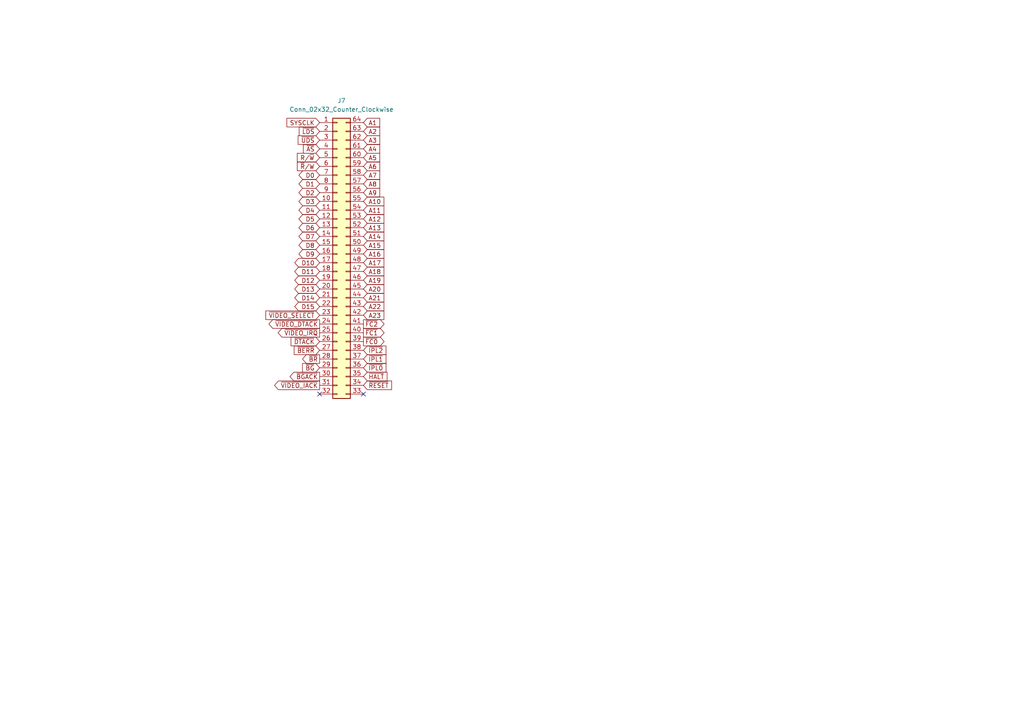
<source format=kicad_sch>
(kicad_sch (version 20250114) (generator "eeschema") (generator_version "9.0")
  (paper "A4")
  (lib_symbols
    (symbol "Connector_Generic:Conn_02x32_Counter_Clockwise" (pin_names (offset 1.016) (hide yes))
      (property "Reference" "J" (at 1.27 40.64 0))
      (property "Value" "Conn_02x32_Counter_Clockwise" (at 1.27 -43.18 0))
      (symbol "Conn_02x32_Counter_Clockwise_1_1"
        (rectangle (start -1.27 39.37) (end 3.81 -41.91) (stroke (width 0.254)) (fill (type background)))
        (rectangle (start -1.27 38.227) (end 0 37.973) (stroke (width 0.1524)))
        (rectangle (start -1.27 35.687) (end 0 35.433) (stroke (width 0.1524)))
        (rectangle (start -1.27 33.147) (end 0 32.893) (stroke (width 0.1524)))
        (rectangle (start -1.27 30.607) (end 0 30.353) (stroke (width 0.1524)))
        (rectangle (start -1.27 28.067) (end 0 27.813) (stroke (width 0.1524)))
        (rectangle (start -1.27 25.527) (end 0 25.273) (stroke (width 0.1524)))
        (rectangle (start -1.27 22.987) (end 0 22.733) (stroke (width 0.1524)))
        (rectangle (start -1.27 20.447) (end 0 20.193) (stroke (width 0.1524)))
        (rectangle (start -1.27 17.907) (end 0 17.653) (stroke (width 0.1524)))
        (rectangle (start -1.27 15.367) (end 0 15.113) (stroke (width 0.1524)))
        (rectangle (start -1.27 12.827) (end 0 12.573) (stroke (width 0.1524)))
        (rectangle (start -1.27 10.287) (end 0 10.033) (stroke (width 0.1524)))
        (rectangle (start -1.27 7.747) (end 0 7.493) (stroke (width 0.1524)))
        (rectangle (start -1.27 5.207) (end 0 4.953) (stroke (width 0.1524)))
        (rectangle (start -1.27 2.667) (end 0 2.413) (stroke (width 0.1524)))
        (rectangle (start -1.27 0.127) (end 0 -0.127) (stroke (width 0.1524)))
        (rectangle (start -1.27 -2.413) (end 0 -2.667) (stroke (width 0.1524)))
        (rectangle (start -1.27 -4.953) (end 0 -5.207) (stroke (width 0.1524)))
        (rectangle (start -1.27 -7.493) (end 0 -7.747) (stroke (width 0.1524)))
        (rectangle (start -1.27 -10.033) (end 0 -10.287) (stroke (width 0.1524)))
        (rectangle (start -1.27 -12.573) (end 0 -12.827) (stroke (width 0.1524)))
        (rectangle (start -1.27 -15.113) (end 0 -15.367) (stroke (width 0.1524)))
        (rectangle (start -1.27 -17.653) (end 0 -17.907) (stroke (width 0.1524)))
        (rectangle (start -1.27 -20.193) (end 0 -20.447) (stroke (width 0.1524)))
        (rectangle (start -1.27 -22.733) (end 0 -22.987) (stroke (width 0.1524)))
        (rectangle (start -1.27 -25.273) (end 0 -25.527) (stroke (width 0.1524)))
        (rectangle (start -1.27 -27.813) (end 0 -28.067) (stroke (width 0.1524)))
        (rectangle (start -1.27 -30.353) (end 0 -30.607) (stroke (width 0.1524)))
        (rectangle (start -1.27 -32.893) (end 0 -33.147) (stroke (width 0.1524)))
        (rectangle (start -1.27 -35.433) (end 0 -35.687) (stroke (width 0.1524)))
        (rectangle (start -1.27 -37.973) (end 0 -38.227) (stroke (width 0.1524)))
        (rectangle (start -1.27 -40.513) (end 0 -40.767) (stroke (width 0.1524)))
        (rectangle (start 3.81 38.227) (end 2.54 37.973) (stroke (width 0.1524)))
        (rectangle (start 3.81 35.687) (end 2.54 35.433) (stroke (width 0.1524)))
        (rectangle (start 3.81 33.147) (end 2.54 32.893) (stroke (width 0.1524)))
        (rectangle (start 3.81 30.607) (end 2.54 30.353) (stroke (width 0.1524)))
        (rectangle (start 3.81 28.067) (end 2.54 27.813) (stroke (width 0.1524)))
        (rectangle (start 3.81 25.527) (end 2.54 25.273) (stroke (width 0.1524)))
        (rectangle (start 3.81 22.987) (end 2.54 22.733) (stroke (width 0.1524)))
        (rectangle (start 3.81 20.447) (end 2.54 20.193) (stroke (width 0.1524)))
        (rectangle (start 3.81 17.907) (end 2.54 17.653) (stroke (width 0.1524)))
        (rectangle (start 3.81 15.367) (end 2.54 15.113) (stroke (width 0.1524)))
        (rectangle (start 3.81 12.827) (end 2.54 12.573) (stroke (width 0.1524)))
        (rectangle (start 3.81 10.287) (end 2.54 10.033) (stroke (width 0.1524)))
        (rectangle (start 3.81 7.747) (end 2.54 7.493) (stroke (width 0.1524)))
        (rectangle (start 3.81 5.207) (end 2.54 4.953) (stroke (width 0.1524)))
        (rectangle (start 3.81 2.667) (end 2.54 2.413) (stroke (width 0.1524)))
        (rectangle (start 3.81 0.127) (end 2.54 -0.127) (stroke (width 0.1524)))
        (rectangle (start 3.81 -2.413) (end 2.54 -2.667) (stroke (width 0.1524)))
        (rectangle (start 3.81 -4.953) (end 2.54 -5.207) (stroke (width 0.1524)))
        (rectangle (start 3.81 -7.493) (end 2.54 -7.747) (stroke (width 0.1524)))
        (rectangle (start 3.81 -10.033) (end 2.54 -10.287) (stroke (width 0.1524)))
        (rectangle (start 3.81 -12.573) (end 2.54 -12.827) (stroke (width 0.1524)))
        (rectangle (start 3.81 -15.113) (end 2.54 -15.367) (stroke (width 0.1524)))
        (rectangle (start 3.81 -17.653) (end 2.54 -17.907) (stroke (width 0.1524)))
        (rectangle (start 3.81 -20.193) (end 2.54 -20.447) (stroke (width 0.1524)))
        (rectangle (start 3.81 -22.733) (end 2.54 -22.987) (stroke (width 0.1524)))
        (rectangle (start 3.81 -25.273) (end 2.54 -25.527) (stroke (width 0.1524)))
        (rectangle (start 3.81 -27.813) (end 2.54 -28.067) (stroke (width 0.1524)))
        (rectangle (start 3.81 -30.353) (end 2.54 -30.607) (stroke (width 0.1524)))
        (rectangle (start 3.81 -32.893) (end 2.54 -33.147) (stroke (width 0.1524)))
        (rectangle (start 3.81 -35.433) (end 2.54 -35.687) (stroke (width 0.1524)))
        (rectangle (start 3.81 -37.973) (end 2.54 -38.227) (stroke (width 0.1524)))
        (rectangle (start 3.81 -40.513) (end 2.54 -40.767) (stroke (width 0.1524)))
        (pin passive line (at -5.08 38.1 0) (length 3.81) (name "Pin_1") (number "1"))
        (pin passive line (at -5.08 35.56 0) (length 3.81) (name "Pin_2") (number "2"))
        (pin passive line (at -5.08 33.02 0) (length 3.81) (name "Pin_3") (number "3"))
        (pin passive line (at -5.08 30.48 0) (length 3.81) (name "Pin_4") (number "4"))
        (pin passive line (at -5.08 27.94 0) (length 3.81) (name "Pin_5") (number "5"))
        (pin passive line (at -5.08 25.4 0) (length 3.81) (name "Pin_6") (number "6"))
        (pin passive line (at -5.08 22.86 0) (length 3.81) (name "Pin_7") (number "7"))
        (pin passive line (at -5.08 20.32 0) (length 3.81) (name "Pin_8") (number "8"))
        (pin passive line (at -5.08 17.78 0) (length 3.81) (name "Pin_9") (number "9"))
        (pin passive line (at -5.08 15.24 0) (length 3.81) (name "Pin_10") (number "10"))
        (pin passive line (at -5.08 12.7 0) (length 3.81) (name "Pin_11") (number "11"))
        (pin passive line (at -5.08 10.16 0) (length 3.81) (name "Pin_12") (number "12"))
        (pin passive line (at -5.08 7.62 0) (length 3.81) (name "Pin_13") (number "13"))
        (pin passive line (at -5.08 5.08 0) (length 3.81) (name "Pin_14") (number "14"))
        (pin passive line (at -5.08 2.54 0) (length 3.81) (name "Pin_15") (number "15"))
        (pin passive line (at -5.08 0 0) (length 3.81) (name "Pin_16") (number "16"))
        (pin passive line (at -5.08 -2.54 0) (length 3.81) (name "Pin_17") (number "17"))
        (pin passive line (at -5.08 -5.08 0) (length 3.81) (name "Pin_18") (number "18"))
        (pin passive line (at -5.08 -7.62 0) (length 3.81) (name "Pin_19") (number "19"))
        (pin passive line (at -5.08 -10.16 0) (length 3.81) (name "Pin_20") (number "20"))
        (pin passive line (at -5.08 -12.7 0) (length 3.81) (name "Pin_21") (number "21"))
        (pin passive line (at -5.08 -15.24 0) (length 3.81) (name "Pin_22") (number "22"))
        (pin passive line (at -5.08 -17.78 0) (length 3.81) (name "Pin_23") (number "23"))
        (pin passive line (at -5.08 -20.32 0) (length 3.81) (name "Pin_24") (number "24"))
        (pin passive line (at -5.08 -22.86 0) (length 3.81) (name "Pin_25") (number "25"))
        (pin passive line (at -5.08 -25.4 0) (length 3.81) (name "Pin_26") (number "26"))
        (pin passive line (at -5.08 -27.94 0) (length 3.81) (name "Pin_27") (number "27"))
        (pin passive line (at -5.08 -30.48 0) (length 3.81) (name "Pin_28") (number "28"))
        (pin passive line (at -5.08 -33.02 0) (length 3.81) (name "Pin_29") (number "29"))
        (pin passive line (at -5.08 -35.56 0) (length 3.81) (name "Pin_30") (number "30"))
        (pin passive line (at -5.08 -38.1 0) (length 3.81) (name "Pin_31") (number "31"))
        (pin passive line (at -5.08 -40.64 0) (length 3.81) (name "Pin_32") (number "32"))
        (pin passive line (at 7.62 38.1 180) (length 3.81) (name "Pin_64") (number "64"))
        (pin passive line (at 7.62 35.56 180) (length 3.81) (name "Pin_63") (number "63"))
        (pin passive line (at 7.62 33.02 180) (length 3.81) (name "Pin_62") (number "62"))
        (pin passive line (at 7.62 30.48 180) (length 3.81) (name "Pin_61") (number "61"))
        (pin passive line (at 7.62 27.94 180) (length 3.81) (name "Pin_60") (number "60"))
        (pin passive line (at 7.62 25.4 180) (length 3.81) (name "Pin_59") (number "59"))
        (pin passive line (at 7.62 22.86 180) (length 3.81) (name "Pin_58") (number "58"))
        (pin passive line (at 7.62 20.32 180) (length 3.81) (name "Pin_57") (number "57"))
        (pin passive line (at 7.62 17.78 180) (length 3.81) (name "Pin_56") (number "56"))
        (pin passive line (at 7.62 15.24 180) (length 3.81) (name "Pin_55") (number "55"))
        (pin passive line (at 7.62 12.7 180) (length 3.81) (name "Pin_54") (number "54"))
        (pin passive line (at 7.62 10.16 180) (length 3.81) (name "Pin_53") (number "53"))
        (pin passive line (at 7.62 7.62 180) (length 3.81) (name "Pin_52") (number "52"))
        (pin passive line (at 7.62 5.08 180) (length 3.81) (name "Pin_51") (number "51"))
        (pin passive line (at 7.62 2.54 180) (length 3.81) (name "Pin_50") (number "50"))
        (pin passive line (at 7.62 0 180) (length 3.81) (name "Pin_49") (number "49"))
        (pin passive line (at 7.62 -2.54 180) (length 3.81) (name "Pin_48") (number "48"))
        (pin passive line (at 7.62 -5.08 180) (length 3.81) (name "Pin_47") (number "47"))
        (pin passive line (at 7.62 -7.62 180) (length 3.81) (name "Pin_46") (number "46"))
        (pin passive line (at 7.62 -10.16 180) (length 3.81) (name "Pin_45") (number "45"))
        (pin passive line (at 7.62 -12.7 180) (length 3.81) (name "Pin_44") (number "44"))
        (pin passive line (at 7.62 -15.24 180) (length 3.81) (name "Pin_43") (number "43"))
        (pin passive line (at 7.62 -17.78 180) (length 3.81) (name "Pin_42") (number "42"))
        (pin passive line (at 7.62 -20.32 180) (length 3.81) (name "Pin_41") (number "41"))
        (pin passive line (at 7.62 -22.86 180) (length 3.81) (name "Pin_40") (number "40"))
        (pin passive line (at 7.62 -25.4 180) (length 3.81) (name "Pin_39") (number "39"))
        (pin passive line (at 7.62 -27.94 180) (length 3.81) (name "Pin_38") (number "38"))
        (pin passive line (at 7.62 -30.48 180) (length 3.81) (name "Pin_37") (number "37"))
        (pin passive line (at 7.62 -33.02 180) (length 3.81) (name "Pin_36") (number "36"))
        (pin passive line (at 7.62 -35.56 180) (length 3.81) (name "Pin_35") (number "35"))
        (pin passive line (at 7.62 -38.1 180) (length 3.81) (name "Pin_34") (number "34"))
        (pin passive line (at 7.62 -40.64 180) (length 3.81) (name "Pin_33") (number "33"))
      )
    )
  )
  (no_connect (at 105.41 114.3))
  (no_connect (at 92.71 114.3))
  (global_label "D2" (shape bidirectional) (at 92.71 55.88 180) (property "Intersheetrefs" "${INTERSHEET_REFS}" (effects (hide yes))))
  (global_label "A14" (shape input) (at 105.41 68.58 0) (property "Intersheetrefs" "${INTERSHEET_REFS}" (effects (hide yes))))
  (global_label "A21" (shape input) (at 105.41 86.36 0) (property "Intersheetrefs" "${INTERSHEET_REFS}" (effects (hide yes))))
  (global_label "~{BR}" (shape output) (at 92.71 104.14 180) (property "Intersheetrefs" "${INTERSHEET_REFS}" (effects (hide yes))))
  (global_label "A19" (shape input) (at 105.41 81.28 0) (property "Intersheetrefs" "${INTERSHEET_REFS}" (effects (hide yes))))
  (global_label "A5" (shape input) (at 105.41 45.72 0) (property "Intersheetrefs" "${INTERSHEET_REFS}" (effects (hide yes))))
  (global_label "~{HALT}" (shape input) (at 105.41 109.22 0) (property "Intersheetrefs" "${INTERSHEET_REFS}" (effects (hide yes))))
  (global_label "~{R}{slash}W" (shape input) (at 92.71 48.26 180) (property "Intersheetrefs" "${INTERSHEET_REFS}" (effects (hide yes))))
  (global_label "A10" (shape input) (at 105.41 58.42 0) (property "Intersheetrefs" "${INTERSHEET_REFS}" (effects (hide yes))))
  (global_label "~{FC1}" (shape output) (at 105.41 96.52 0) (property "Intersheetrefs" "${INTERSHEET_REFS}" (effects (hide yes))))
  (global_label "~{DTACK}" (shape input) (at 92.71 99.06 180) (property "Intersheetrefs" "${INTERSHEET_REFS}" (effects (hide yes))))
  (global_label "D0" (shape bidirectional) (at 92.71 50.8 180) (property "Intersheetrefs" "${INTERSHEET_REFS}" (effects (hide yes))))
  (global_label "D15" (shape bidirectional) (at 92.71 88.9 180) (property "Intersheetrefs" "${INTERSHEET_REFS}" (effects (hide yes))))
  (global_label "~{VIDEO_IRQ}" (shape output) (at 92.71 96.52 180) (property "Intersheetrefs" "${INTERSHEET_REFS}" (effects (hide yes))))
  (global_label "~{LDS}" (shape input) (at 92.71 38.1 180) (property "Intersheetrefs" "${INTERSHEET_REFS}" (effects (hide yes))))
  (global_label "~{FC0}" (shape output) (at 105.41 99.06 0) (property "Intersheetrefs" "${INTERSHEET_REFS}" (effects (hide yes))))
  (global_label "A4" (shape input) (at 105.41 43.18 0) (property "Intersheetrefs" "${INTERSHEET_REFS}" (effects (hide yes))))
  (global_label "A16" (shape input) (at 105.41 73.66 0) (property "Intersheetrefs" "${INTERSHEET_REFS}" (effects (hide yes))))
  (global_label "D7" (shape bidirectional) (at 92.71 68.58 180) (property "Intersheetrefs" "${INTERSHEET_REFS}" (effects (hide yes))))
  (global_label "~{VIDEO_SELECT}" (shape input) (at 92.71 91.44 180) (property "Intersheetrefs" "${INTERSHEET_REFS}" (effects (hide yes))))
  (global_label "A2" (shape input) (at 105.41 38.1 0) (property "Intersheetrefs" "${INTERSHEET_REFS}" (effects (hide yes))))
  (global_label "A13" (shape input) (at 105.41 66.04 0) (property "Intersheetrefs" "${INTERSHEET_REFS}" (effects (hide yes))))
  (global_label "A8" (shape input) (at 105.41 53.34 0) (property "Intersheetrefs" "${INTERSHEET_REFS}" (effects (hide yes))))
  (global_label "~{RESET}" (shape input) (at 105.41 111.76 0) (property "Intersheetrefs" "${INTERSHEET_REFS}" (effects (hide yes))))
  (global_label "D3" (shape bidirectional) (at 92.71 58.42 180) (property "Intersheetrefs" "${INTERSHEET_REFS}" (effects (hide yes))))
  (global_label "SYSCLK" (shape input) (at 92.71 35.56 180) (property "Intersheetrefs" "${INTERSHEET_REFS}" (effects (hide yes))))
  (global_label "~{AS}" (shape input) (at 92.71 43.18 180) (property "Intersheetrefs" "${INTERSHEET_REFS}" (effects (hide yes))))
  (global_label "R{slash}~{W}" (shape input) (at 92.71 45.72 180) (property "Intersheetrefs" "${INTERSHEET_REFS}" (effects (hide yes))))
  (global_label "~{BERR}" (shape input) (at 92.71 101.6 180) (property "Intersheetrefs" "${INTERSHEET_REFS}" (effects (hide yes))))
  (global_label "A17" (shape input) (at 105.41 76.2 0) (property "Intersheetrefs" "${INTERSHEET_REFS}" (effects (hide yes))))
  (global_label "~{BGACK}" (shape output) (at 92.71 109.22 180) (property "Intersheetrefs" "${INTERSHEET_REFS}" (effects (hide yes))))
  (global_label "A20" (shape input) (at 105.41 83.82 0) (property "Intersheetrefs" "${INTERSHEET_REFS}" (effects (hide yes))))
  (global_label "D9" (shape bidirectional) (at 92.71 73.66 180) (property "Intersheetrefs" "${INTERSHEET_REFS}" (effects (hide yes))))
  (global_label "~{BG}" (shape input) (at 92.71 106.68 180) (property "Intersheetrefs" "${INTERSHEET_REFS}" (effects (hide yes))))
  (global_label "A22" (shape input) (at 105.41 88.9 0) (property "Intersheetrefs" "${INTERSHEET_REFS}" (effects (hide yes))))
  (global_label "A9" (shape input) (at 105.41 55.88 0) (property "Intersheetrefs" "${INTERSHEET_REFS}" (effects (hide yes))))
  (global_label "D10" (shape bidirectional) (at 92.71 76.2 180) (property "Intersheetrefs" "${INTERSHEET_REFS}" (effects (hide yes))))
  (global_label "D4" (shape bidirectional) (at 92.71 60.96 180) (property "Intersheetrefs" "${INTERSHEET_REFS}" (effects (hide yes))))
  (global_label "D14" (shape bidirectional) (at 92.71 86.36 180) (property "Intersheetrefs" "${INTERSHEET_REFS}" (effects (hide yes))))
  (global_label "A7" (shape input) (at 105.41 50.8 0) (property "Intersheetrefs" "${INTERSHEET_REFS}" (effects (hide yes))))
  (global_label "~{VIDEO_IACK}" (shape output) (at 92.71 111.76 180) (property "Intersheetrefs" "${INTERSHEET_REFS}" (effects (hide yes))))
  (global_label "A23" (shape input) (at 105.41 91.44 0) (property "Intersheetrefs" "${INTERSHEET_REFS}" (effects (hide yes))))
  (global_label "A12" (shape input) (at 105.41 63.5 0) (property "Intersheetrefs" "${INTERSHEET_REFS}" (effects (hide yes))))
  (global_label "A15" (shape input) (at 105.41 71.12 0) (property "Intersheetrefs" "${INTERSHEET_REFS}" (effects (hide yes))))
  (global_label "A3" (shape input) (at 105.41 40.64 0) (property "Intersheetrefs" "${INTERSHEET_REFS}" (effects (hide yes))))
  (global_label "D5" (shape bidirectional) (at 92.71 63.5 180) (property "Intersheetrefs" "${INTERSHEET_REFS}" (effects (hide yes))))
  (global_label "~{IPL1}" (shape input) (at 105.41 104.14 0) (property "Intersheetrefs" "${INTERSHEET_REFS}" (effects (hide yes))))
  (global_label "D13" (shape bidirectional) (at 92.71 83.82 180) (property "Intersheetrefs" "${INTERSHEET_REFS}" (effects (hide yes))))
  (global_label "D12" (shape bidirectional) (at 92.71 81.28 180) (property "Intersheetrefs" "${INTERSHEET_REFS}" (effects (hide yes))))
  (global_label "~{IPL0}" (shape input) (at 105.41 106.68 0) (property "Intersheetrefs" "${INTERSHEET_REFS}" (effects (hide yes))))
  (global_label "~{IPL2}" (shape input) (at 105.41 101.6 0) (property "Intersheetrefs" "${INTERSHEET_REFS}" (effects (hide yes))))
  (global_label "D6" (shape bidirectional) (at 92.71 66.04 180) (property "Intersheetrefs" "${INTERSHEET_REFS}" (effects (hide yes))))
  (global_label "D8" (shape bidirectional) (at 92.71 71.12 180) (property "Intersheetrefs" "${INTERSHEET_REFS}" (effects (hide yes))))
  (global_label "D1" (shape bidirectional) (at 92.71 53.34 180) (property "Intersheetrefs" "${INTERSHEET_REFS}" (effects (hide yes))))
  (global_label "A11" (shape input) (at 105.41 60.96 0) (property "Intersheetrefs" "${INTERSHEET_REFS}" (effects (hide yes))))
  (global_label "~{FC2}" (shape output) (at 105.41 93.98 0) (property "Intersheetrefs" "${INTERSHEET_REFS}" (effects (hide yes))))
  (global_label "A1" (shape input) (at 105.41 35.56 0) (property "Intersheetrefs" "${INTERSHEET_REFS}" (effects (hide yes))))
  (global_label "D11" (shape bidirectional) (at 92.71 78.74 180) (property "Intersheetrefs" "${INTERSHEET_REFS}" (effects (hide yes))))
  (global_label "A18" (shape input) (at 105.41 78.74 0) (property "Intersheetrefs" "${INTERSHEET_REFS}" (effects (hide yes))))
  (global_label "~{VIDEO_DTACK}" (shape output) (at 92.71 93.98 180) (property "Intersheetrefs" "${INTERSHEET_REFS}" (effects (hide yes))))
  (global_label "~{UDS}" (shape input) (at 92.71 40.64 180) (property "Intersheetrefs" "${INTERSHEET_REFS}" (effects (hide yes))))
  (global_label "A6" (shape input) (at 105.41 48.26 0) (property "Intersheetrefs" "${INTERSHEET_REFS}" (effects (hide yes))))
  (symbol (lib_id "Connector_Generic:Conn_02x32_Counter_Clockwise") (at 97.79 73.66 0) (unit 1)
    (property "Reference" "J7" (at 99.06 29.21 0))
    (property "Value" "Conn_02x32_Counter_Clockwise" (at 99.06 31.75 0))
    (property "Footprint" "Connector_PinHeader_2.54mm:PinHeader_2x32_P2.54mm_Vertical" (effects (hide yes)))
    (property "Description" "Generic connector, double row, 02x32, counter clockwise pin numbering scheme (similar to DIP package numbering), script generated (kicad-library-utils/schlib/autogen/connector/)" (effects (hide yes)))
  )
)
</source>
